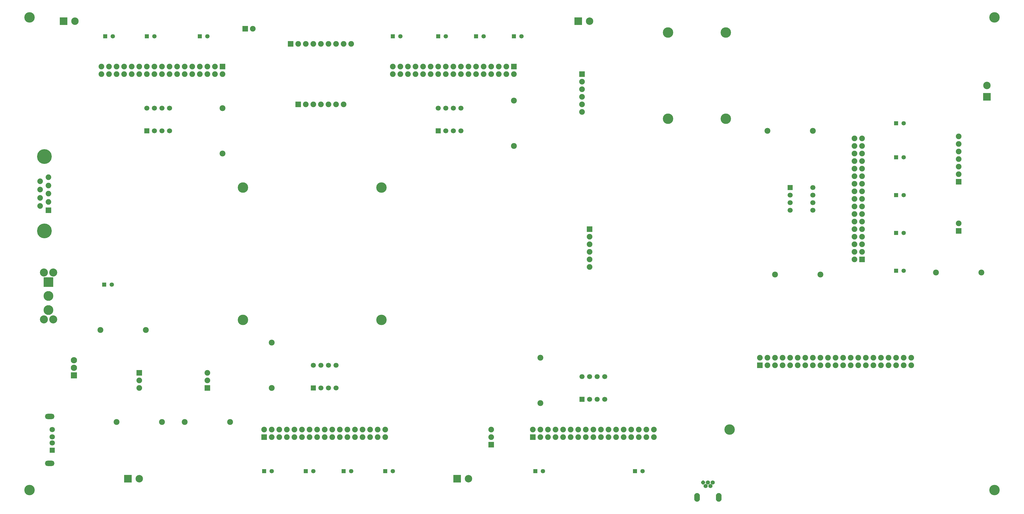
<source format=gbr>
G04 DipTrace 3.3.1.3*
G04 BottomMask.gbr*
%MOIN*%
G04 #@! TF.FileFunction,Soldermask,Bot*
G04 #@! TF.Part,Single*
%AMOUTLINE1*
4,1,8,
-0.01067,0.025761,
0.01067,0.025761,
0.025761,0.01067,
0.025761,-0.01067,
0.01067,-0.025761,
-0.01067,-0.025761,
-0.025761,-0.01067,
-0.025761,0.01067,
-0.01067,0.025761,
0*%
%ADD18R,0.066929X0.066929*%
%ADD19C,0.066929*%
%ADD31R,0.074803X0.074803*%
%ADD32C,0.074803*%
%ADD35C,0.098425*%
%ADD42C,0.137795*%
%ADD57O,0.074803X0.114173*%
%ADD59C,0.055118*%
%ADD63C,0.106299*%
%ADD64C,0.129921*%
%ADD66R,0.129921X0.129921*%
%ADD68C,0.082677*%
%ADD69R,0.082677X0.082677*%
%ADD72O,0.125984X0.070866*%
%ADD74R,0.070866X0.070866*%
%ADD76C,0.070866*%
%ADD77C,0.195276*%
%ADD79C,0.074409*%
%ADD81R,0.074409X0.074409*%
%ADD83R,0.098425X0.098425*%
%ADD84R,0.057874X0.057874*%
%ADD86C,0.057874*%
%ADD88C,0.077874*%
%ADD90C,0.077874*%
%ADD99OUTLINE1*%
%FSLAX26Y26*%
G04*
G70*
G90*
G75*
G01*
G04 BotMask*
%LPD*%
D90*
X3774016Y2018898D3*
D88*
Y2618898D3*
D90*
X13149016Y3543898D3*
D88*
X12549016D3*
D31*
X7974016Y4118898D3*
D32*
Y4018898D3*
Y3918898D3*
Y3818898D3*
Y3718898D3*
Y3618898D3*
D31*
X7874016Y6168898D3*
D32*
Y6068898D3*
Y5968898D3*
Y5868898D3*
Y5768898D3*
Y5668898D3*
D86*
X1659055Y3383858D3*
D84*
X1559055D3*
D86*
X3774016Y918898D3*
D84*
X3674016D3*
D86*
X5374016D3*
D84*
X5274016D3*
D86*
X4824016D3*
D84*
X4724016D3*
D86*
X4324016D3*
D84*
X4224016D3*
D86*
X7355512D3*
D84*
X7255512D3*
D86*
X8674016D3*
D84*
X8574016D3*
D86*
X2224016Y6668898D3*
D84*
X2124016D3*
D86*
X1674016D3*
D84*
X1574016D3*
D86*
X2924016D3*
D84*
X2824016D3*
D86*
X12124016Y5518898D3*
D84*
X12024016D3*
D86*
X12124016Y5068898D3*
D84*
X12024016D3*
D86*
X12124016Y4568898D3*
D84*
X12024016D3*
D86*
X12124016Y4068898D3*
D84*
X12024016D3*
D86*
X12124016Y3568898D3*
D84*
X12024016D3*
D86*
X5474016Y6668898D3*
D84*
X5374016D3*
D86*
X6074016D3*
D84*
X5974016D3*
D86*
X6574016D3*
D84*
X6474016D3*
D86*
X7074016D3*
D84*
X6974016D3*
D31*
X2924016Y2018898D3*
D32*
Y2118898D3*
Y2218898D3*
D31*
X4024016Y6568898D3*
D32*
X4124016D3*
X4224016D3*
X4324016D3*
X4424016D3*
X4524016D3*
X4624016D3*
X4724016D3*
X4824016D3*
D31*
X12849016Y4093898D3*
D32*
Y4193898D3*
D42*
X3393307Y4668898D3*
X5224016D3*
Y2916142D3*
X3393307D3*
X9010236Y6718898D3*
Y5577165D3*
X9774016D3*
Y6718898D3*
X574016Y6918898D3*
X13324016D3*
Y668898D3*
X574016D3*
X9824016Y1468898D3*
D31*
X3124016Y6268898D3*
D32*
Y6168898D3*
X3024016Y6268898D3*
Y6168898D3*
X2924016Y6268898D3*
Y6168898D3*
X2824016Y6268898D3*
Y6168898D3*
X2724016Y6268898D3*
Y6168898D3*
X2624016Y6268898D3*
Y6168898D3*
X2524016Y6268898D3*
Y6168898D3*
X2424016Y6268898D3*
Y6168898D3*
X2324016Y6268898D3*
Y6168898D3*
X2224016Y6268898D3*
Y6168898D3*
X2124016Y6268898D3*
Y6168898D3*
X2024016Y6268898D3*
Y6168898D3*
X1924016Y6268898D3*
Y6168898D3*
X1824016Y6268898D3*
Y6168898D3*
X1724016Y6268898D3*
Y6168898D3*
X1624016Y6268898D3*
Y6168898D3*
X1524016Y6268898D3*
Y6168898D3*
D31*
X6974016Y6268898D3*
D32*
Y6168898D3*
X6874016Y6268898D3*
Y6168898D3*
X6774016Y6268898D3*
Y6168898D3*
X6674016Y6268898D3*
Y6168898D3*
X6574016Y6268898D3*
Y6168898D3*
X6474016Y6268898D3*
Y6168898D3*
X6374016Y6268898D3*
Y6168898D3*
X6274016Y6268898D3*
Y6168898D3*
X6174016Y6268898D3*
Y6168898D3*
X6074016Y6268898D3*
Y6168898D3*
X5974016Y6268898D3*
Y6168898D3*
X5874016Y6268898D3*
Y6168898D3*
X5774016Y6268898D3*
Y6168898D3*
X5674016Y6268898D3*
Y6168898D3*
X5574016Y6268898D3*
Y6168898D3*
X5474016Y6268898D3*
Y6168898D3*
X5374016Y6268898D3*
Y6168898D3*
D31*
X11574016Y3718898D3*
D32*
X11474016D3*
X11574016Y3818898D3*
X11474016D3*
X11574016Y3918898D3*
X11474016D3*
X11574016Y4018898D3*
X11474016D3*
X11574016Y4118898D3*
X11474016D3*
X11574016Y4218898D3*
X11474016D3*
X11574016Y4318898D3*
X11474016D3*
X11574016Y4418898D3*
X11474016D3*
X11574016Y4518898D3*
X11474016D3*
X11574016Y4618898D3*
X11474016D3*
X11574016Y4718898D3*
X11474016D3*
X11574016Y4818898D3*
X11474016D3*
X11574016Y4918898D3*
X11474016D3*
X11574016Y5018898D3*
X11474016D3*
X11574016Y5118898D3*
X11474016D3*
X11574016Y5218898D3*
X11474016D3*
X11574016Y5318898D3*
X11474016D3*
D31*
X7224016Y1368898D3*
D32*
Y1468898D3*
X7324016Y1368898D3*
Y1468898D3*
X7424016Y1368898D3*
Y1468898D3*
X7524016Y1368898D3*
Y1468898D3*
X7624016Y1368898D3*
Y1468898D3*
X7724016Y1368898D3*
Y1468898D3*
X7824016Y1368898D3*
Y1468898D3*
X7924016Y1368898D3*
Y1468898D3*
X8024016Y1368898D3*
Y1468898D3*
X8124016Y1368898D3*
Y1468898D3*
X8224016Y1368898D3*
Y1468898D3*
X8324016Y1368898D3*
Y1468898D3*
X8424016Y1368898D3*
Y1468898D3*
X8524016Y1368898D3*
Y1468898D3*
X8624016Y1368898D3*
Y1468898D3*
X8724016Y1368898D3*
Y1468898D3*
X8824016Y1368898D3*
Y1468898D3*
D31*
X3674016Y1368898D3*
D32*
Y1468898D3*
X3774016Y1368898D3*
Y1468898D3*
X3874016Y1368898D3*
Y1468898D3*
X3974016Y1368898D3*
Y1468898D3*
X4074016Y1368898D3*
Y1468898D3*
X4174016Y1368898D3*
Y1468898D3*
X4274016Y1368898D3*
Y1468898D3*
X4374016Y1368898D3*
Y1468898D3*
X4474016Y1368898D3*
Y1468898D3*
X4574016Y1368898D3*
Y1468898D3*
X4674016Y1368898D3*
Y1468898D3*
X4774016Y1368898D3*
Y1468898D3*
X4874016Y1368898D3*
Y1468898D3*
X4974016Y1368898D3*
Y1468898D3*
X5074016Y1368898D3*
Y1468898D3*
X5174016Y1368898D3*
Y1468898D3*
X5274016Y1368898D3*
Y1468898D3*
D83*
X7824016Y6868898D3*
D35*
X7974016D3*
D81*
X824016Y4368898D3*
D79*
Y4477953D3*
Y4587008D3*
Y4696063D3*
Y4805118D3*
X712205Y4423425D3*
Y4532480D3*
Y4641535D3*
Y4750591D3*
D77*
X768111Y4095079D3*
Y5078937D3*
D31*
X3424016Y6768898D3*
D32*
X3524016D3*
D83*
X1024016Y6868898D3*
D35*
X1174016D3*
D83*
X6224016Y818898D3*
D35*
X6374016D3*
D31*
X10224016Y2318898D3*
D32*
Y2418898D3*
X10324016Y2318898D3*
Y2418898D3*
X10424016Y2318898D3*
Y2418898D3*
X10524016Y2318898D3*
Y2418898D3*
X10624016Y2318898D3*
Y2418898D3*
X10724016Y2318898D3*
Y2418898D3*
X10824016Y2318898D3*
Y2418898D3*
X10924016Y2318898D3*
Y2418898D3*
X11024016Y2318898D3*
Y2418898D3*
X11124016Y2318898D3*
Y2418898D3*
X11224016Y2318898D3*
Y2418898D3*
X11324016Y2318898D3*
Y2418898D3*
X11424016Y2318898D3*
Y2418898D3*
X11524016Y2318898D3*
Y2418898D3*
X11624016Y2318898D3*
Y2418898D3*
X11724016Y2318898D3*
Y2418898D3*
X11824016Y2318898D3*
Y2418898D3*
X11924016Y2318898D3*
Y2418898D3*
X12024016Y2318898D3*
Y2418898D3*
X12124016Y2318898D3*
Y2418898D3*
X12224016Y2318898D3*
Y2418898D3*
D83*
X13224016Y5868898D3*
D35*
Y6018898D3*
D76*
X874016Y1468898D3*
Y1370472D3*
Y1291732D3*
D74*
Y1193307D3*
D72*
X840551Y1640157D3*
Y1022047D3*
D83*
X1874016Y818898D3*
D35*
X2024016D3*
D31*
X4124016Y5768898D3*
D32*
X4224016D3*
X4324016D3*
X4424016D3*
X4524016D3*
X4624016D3*
X4724016D3*
D90*
X1724016Y1568898D3*
D88*
X2324016D3*
D90*
X3224016D3*
D88*
X2624016D3*
D90*
X7324016Y2418898D3*
D88*
Y1818898D3*
D90*
X3124016Y5118898D3*
D88*
Y5718898D3*
D90*
X6974016Y5818898D3*
D88*
Y5218898D3*
D90*
X10924016Y5418898D3*
D88*
X10324016D3*
D90*
X2109055Y2783858D3*
D88*
X1509055D3*
D90*
X10424016Y3518898D3*
D88*
X11024016D3*
D69*
X1159055Y2183858D3*
D68*
Y2283858D3*
Y2383858D3*
D31*
X2024016Y2218898D3*
D32*
Y2118898D3*
Y2018898D3*
D31*
X6674016Y1268898D3*
D32*
Y1368898D3*
Y1468898D3*
D66*
X824016Y3418898D3*
D64*
Y3233858D3*
Y3048819D3*
D63*
X886614Y2923819D3*
X761417D3*
Y3543898D3*
X886614D3*
D18*
X2124016Y5418898D3*
D19*
X2224016D3*
X2324016D3*
X2424016D3*
Y5718898D3*
X2324016D3*
X2224016D3*
X2124016D3*
D18*
X5974016Y5418898D3*
D19*
X6074016D3*
X6174016D3*
X6274016D3*
Y5718898D3*
X6174016D3*
X6074016D3*
X5974016D3*
D18*
X10624016Y4668898D3*
D19*
Y4568898D3*
Y4468898D3*
Y4368898D3*
X10924016D3*
Y4468898D3*
Y4568898D3*
Y4668898D3*
D18*
X4324016Y2018898D3*
D19*
X4424016D3*
X4524016D3*
X4624016D3*
Y2318898D3*
X4524016D3*
X4424016D3*
X4324016D3*
D18*
X7874016Y1868898D3*
D19*
X7974016D3*
X8074016D3*
X8174016D3*
Y2168898D3*
X8074016D3*
X7974016D3*
X7874016D3*
D31*
X12849016Y4743898D3*
D32*
Y4843898D3*
Y4943898D3*
Y5043898D3*
Y5143898D3*
Y5243898D3*
Y5343898D3*
D99*
X9474016Y768898D3*
D59*
X9505512Y721654D3*
X9537008Y768898D3*
X9568504Y721654D3*
X9600000Y768898D3*
D57*
X9393307Y570079D3*
X9680709D3*
M02*

</source>
